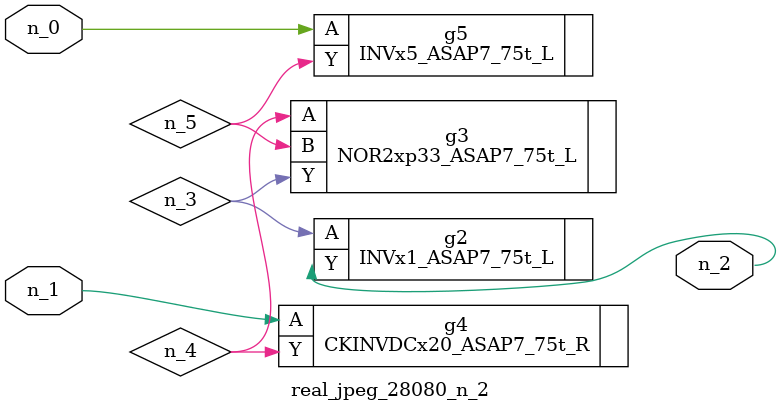
<source format=v>
module real_jpeg_28080_n_2 (n_1, n_0, n_2);

input n_1;
input n_0;

output n_2;

wire n_5;
wire n_4;
wire n_3;

INVx5_ASAP7_75t_L g5 ( 
.A(n_0),
.Y(n_5)
);

CKINVDCx20_ASAP7_75t_R g4 ( 
.A(n_1),
.Y(n_4)
);

INVx1_ASAP7_75t_L g2 ( 
.A(n_3),
.Y(n_2)
);

NOR2xp33_ASAP7_75t_L g3 ( 
.A(n_4),
.B(n_5),
.Y(n_3)
);


endmodule
</source>
